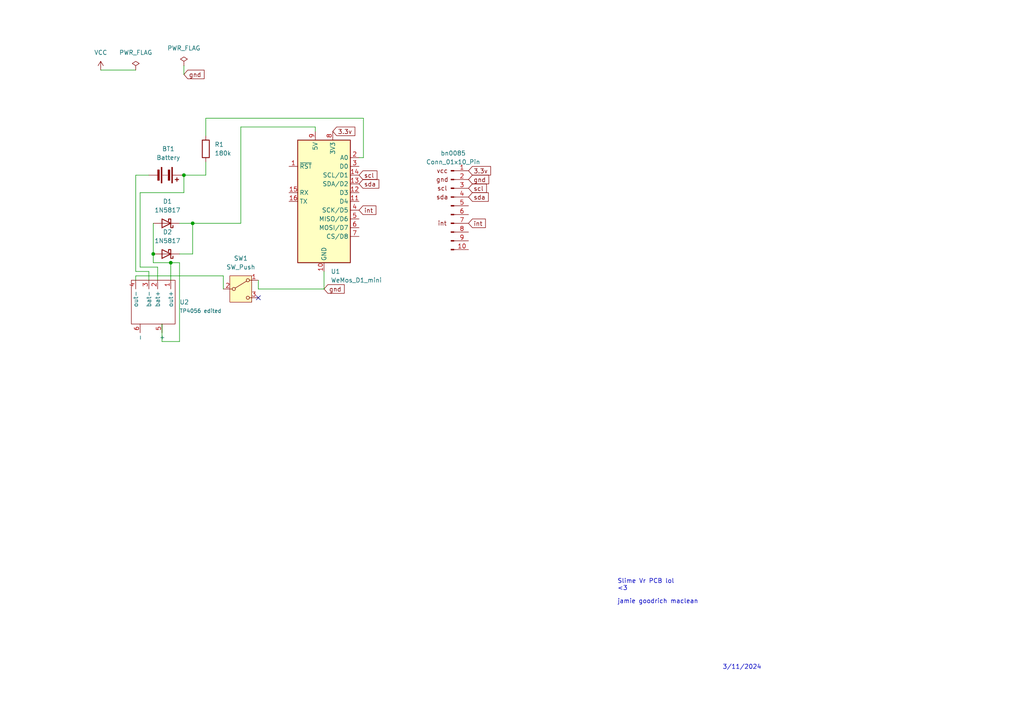
<source format=kicad_sch>
(kicad_sch (version 20231120) (generator "eeschema") (generator_version "8.0")
  (paper "A4")
  (lib_symbols
    (symbol "Connector:Conn_01x10_Pin" (pin_names (offset 1.016) hide)
      (property "Reference" "bn0085" (at 0.635 15.24 0))
      (property "Value" "Conn_01x10_Pin" (at 0.635 12.7 0))
      (symbol "Conn_01x10_Pin_1_1"
        (polyline (pts (xy 1.27 -12.7) (xy 0.8636 -12.7)) (stroke (width 0.1524)))
        (polyline (pts (xy 1.27 -10.16) (xy 0.8636 -10.16)) (stroke (width 0.1524)))
        (polyline (pts (xy 1.27 -7.62) (xy 0.8636 -7.62)) (stroke (width 0.1524)))
        (polyline (pts (xy 1.27 -5.08) (xy 0.8636 -5.08)) (stroke (width 0.1524)))
        (polyline (pts (xy 1.27 -2.54) (xy 0.8636 -2.54)) (stroke (width 0.1524)))
        (polyline (pts (xy 1.27 0) (xy 0.8636 0)) (stroke (width 0.1524)))
        (polyline (pts (xy 1.27 2.54) (xy 0.8636 2.54)) (stroke (width 0.1524)))
        (polyline (pts (xy 1.27 5.08) (xy 0.8636 5.08)) (stroke (width 0.1524)))
        (polyline (pts (xy 1.27 7.62) (xy 0.8636 7.62)) (stroke (width 0.1524)))
        (polyline (pts (xy 1.27 10.16) (xy 0.8636 10.16)) (stroke (width 0.1524)))
        (rectangle (start 0.8636 -12.573) (end 0 -12.827) (stroke (width 0.1524)) (fill (type outline)))
        (rectangle (start 0.8636 -10.033) (end 0 -10.287) (stroke (width 0.1524)) (fill (type outline)))
        (rectangle (start 0.8636 -7.493) (end 0 -7.747) (stroke (width 0.1524)) (fill (type outline)))
        (rectangle (start 0.8636 -4.953) (end 0 -5.207) (stroke (width 0.1524)) (fill (type outline)))
        (rectangle (start 0.8636 -2.413) (end 0 -2.667) (stroke (width 0.1524)) (fill (type outline)))
        (rectangle (start 0.8636 0.127) (end 0 -0.127) (stroke (width 0.1524)) (fill (type outline)))
        (rectangle (start 0.8636 2.667) (end 0 2.413) (stroke (width 0.1524)) (fill (type outline)))
        (rectangle (start 0.8636 5.207) (end 0 4.953) (stroke (width 0.1524)) (fill (type outline)))
        (rectangle (start 0.8636 7.747) (end 0 7.493) (stroke (width 0.1524)) (fill (type outline)))
        (rectangle (start 0.8636 10.287) (end 0 10.033) (stroke (width 0.1524)) (fill (type outline)))
        (text "gnd" (at -2.54 7.62 0) (effects (font (size 1.27 1.27))))
        (text "int" (at -2.54 -5.08 0) (effects (font (size 1.27 1.27))))
        (text "scl" (at -2.54 5.08 0) (effects (font (size 1.27 1.27))))
        (text "sda" (at -2.54 2.54 0) (effects (font (size 1.27 1.27))))
        (text "vcc" (at -2.54 10.16 0) (effects (font (size 1.27 1.27))))
        (pin passive line (at 5.08 10.16 180) (length 3.81) (name "vcc") (number "1"))
        (pin passive line (at 5.08 -12.7 180) (length 3.81) (name "Pin_10") (number "10"))
        (pin passive line (at 5.08 7.62 180) (length 3.81) (name "gnd") (number "2"))
        (pin passive line (at 5.08 5.08 180) (length 3.81) (name "scl") (number "3"))
        (pin passive line (at 5.08 2.54 180) (length 3.81) (name "sda") (number "4"))
        (pin passive line (at 5.08 0 180) (length 3.81) (name "ad0") (number "5"))
        (pin passive line (at 5.08 -2.54 180) (length 3.81) (name "Pin_6") (number "6"))
        (pin passive line (at 5.08 -5.08 180) (length 3.81) (name "int") (number "7"))
        (pin passive line (at 5.08 -7.62 180) (length 3.81) (name "Pin_8") (number "8"))
        (pin passive line (at 5.08 -10.16 180) (length 3.81) (name "Pin_9") (number "9"))
      )
    )
    (symbol "Device:Battery" (pin_numbers hide) (pin_names (offset 0) hide)
      (property "Reference" "BT" (at 2.54 2.54 0))
      (property "Value" "Battery" (at 2.54 0 0))
      (symbol "Battery_0_1"
        (rectangle (start -2.286 -1.27) (end 2.286 -1.524) (fill (type outline)))
        (rectangle (start -2.286 1.778) (end 2.286 1.524) (fill (type outline)))
        (rectangle (start -1.524 -2.032) (end 1.524 -2.54) (fill (type outline)))
        (rectangle (start -1.524 1.016) (end 1.524 0.508) (fill (type outline)))
        (polyline (pts (xy 0 -1.016) (xy 0 -0.762)))
        (polyline (pts (xy 0 -0.508) (xy 0 -0.254)))
        (polyline (pts (xy 0 0) (xy 0 0.254)))
        (polyline (pts (xy 0 1.778) (xy 0 2.54)))
        (polyline (pts (xy 0.762 3.048) (xy 1.778 3.048)) (stroke (width 0.254)))
        (polyline (pts (xy 1.27 3.556) (xy 1.27 2.54)) (stroke (width 0.254)))
      )
      (symbol "Battery_1_1"
        (pin passive line (at 0 5.08 270) (length 2.54) (name "+") (number "1"))
        (pin passive line (at 0 -5.08 90) (length 2.54) (name "-") (number "2"))
      )
    )
    (symbol "Device:R" (pin_numbers hide) (pin_names (offset 0))
      (property "Reference" "R" (at 2.032 0 90))
      (property "Value" "R" (at 0 0 90))
      (symbol "R_0_1"
        (rectangle (start -1.016 -2.54) (end 1.016 2.54) (stroke (width 0.254)))
      )
      (symbol "R_1_1"
        (pin passive line (at 0 3.81 270) (length 1.27) (name "~") (number "1"))
        (pin passive line (at 0 -3.81 90) (length 1.27) (name "~") (number "2"))
      )
    )
    (symbol "Diode:1N5817" (pin_numbers hide) (pin_names (offset 1.016) hide)
      (property "Reference" "D" (at 0 2.54 0))
      (property "Value" "1N5817" (at 0 -2.54 0))
      (symbol "1N5817_0_1"
        (polyline (pts (xy 1.27 0) (xy -1.27 0)))
        (polyline (pts (xy 1.27 1.27) (xy 1.27 -1.27) (xy -1.27 0) (xy 1.27 1.27)) (stroke (width 0.254)))
        (polyline (pts (xy -1.905 0.635) (xy -1.905 1.27) (xy -1.27 1.27) (xy -1.27 -1.27) (xy -0.635 -1.27) (xy -0.635 -0.635)) (stroke (width 0.254)))
      )
      (symbol "1N5817_1_1"
        (pin passive line (at -3.81 0 0) (length 2.54) (name "K") (number "1"))
        (pin passive line (at 3.81 0 180) (length 2.54) (name "A") (number "2"))
      )
    )
    (symbol "MCU_Module:WeMos_D1_mini"
      (property "Reference" "U" (at 3.81 19.05 0))
      (property "Value" "WeMos_D1_mini" (at 1.27 -19.05 0))
      (symbol "WeMos_D1_mini_1_1"
        (rectangle (start -7.62 17.78) (end 7.62 -17.78) (stroke (width 0.254)) (fill (type background)))
        (pin input line (at -10.16 10.16 0) (length 2.54) (name "~{RST}") (number "1"))
        (pin power_in line (at 0 -20.32 90) (length 2.54) (name "GND") (number "10"))
        (pin bidirectional line (at 10.16 0 180) (length 2.54) (name "D4") (number "11"))
        (pin bidirectional line (at 10.16 2.54 180) (length 2.54) (name "D3") (number "12"))
        (pin bidirectional line (at 10.16 5.08 180) (length 2.54) (name "SDA/D2") (number "13"))
        (pin bidirectional line (at 10.16 7.62 180) (length 2.54) (name "SCL/D1") (number "14"))
        (pin input line (at -10.16 2.54 0) (length 2.54) (name "RX") (number "15"))
        (pin output line (at -10.16 0 0) (length 2.54) (name "TX") (number "16"))
        (pin input line (at 10.16 12.7 180) (length 2.54) (name "A0") (number "2"))
        (pin bidirectional line (at 10.16 10.16 180) (length 2.54) (name "D0") (number "3"))
        (pin bidirectional line (at 10.16 -2.54 180) (length 2.54) (name "SCK/D5") (number "4"))
        (pin bidirectional line (at 10.16 -5.08 180) (length 2.54) (name "MISO/D6") (number "5"))
        (pin bidirectional line (at 10.16 -7.62 180) (length 2.54) (name "MOSI/D7") (number "6"))
        (pin bidirectional line (at 10.16 -10.16 180) (length 2.54) (name "CS/D8") (number "7"))
        (pin power_out line (at 2.54 20.32 270) (length 2.54) (name "3V3") (number "8"))
        (pin power_in line (at -2.54 20.32 270) (length 2.54) (name "5V") (number "9"))
      )
    )
    (symbol "Switch:SW_SPDT" (pin_names (offset 0) hide)
      (property "Reference" "SW" (at 0 5.08 0))
      (property "Value" "SW_SPDT" (at 0 -5.08 0))
      (symbol "SW_SPDT_0_1"
        (circle (center -2.032 0) (radius 0.4572))
        (polyline (pts (xy -1.651 0.254) (xy 1.651 2.286)))
        (circle (center 2.032 -2.54) (radius 0.4572))
        (circle (center 2.032 2.54) (radius 0.4572))
      )
      (symbol "SW_SPDT_1_1"
        (rectangle (start -3.175 3.81) (end 3.175 -3.81) (fill (type background)))
        (pin passive line (at 5.08 2.54 180) (length 2.54) (name "A") (number "1"))
        (pin passive line (at -5.08 0 0) (length 2.54) (name "B") (number "2"))
        (pin passive line (at 5.08 -2.54 180) (length 2.54) (name "C") (number "3"))
      )
    )
    (symbol "power:PWR_FLAG" (power) (pin_numbers hide) (pin_names (offset 0) hide)
      (property "Value" "PWR_FLAG" (at 0 3.81 0))
      (symbol "PWR_FLAG_0_0"
        (pin power_out line (at 0 0 90) (length 0) (name "pwr") (number "1"))
      )
      (symbol "PWR_FLAG_0_1"
        (polyline (pts (xy 0 0) (xy 0 1.27) (xy -1.016 1.905) (xy 0 2.54) (xy 1.016 1.905) (xy 0 1.27)))
      )
    )
    (symbol "power:VCC" (power) (pin_names (offset 0))
      (property "Value" "VCC" (at 0 3.81 0))
      (symbol "VCC_0_1"
        (polyline (pts (xy -0.762 1.27) (xy 0 2.54)))
        (polyline (pts (xy 0 0) (xy 0 2.54)))
        (polyline (pts (xy 0 2.54) (xy 0.762 1.27)))
      )
      (symbol "VCC_1_1"
        (pin power_in line (at 0 0 90) (length 0) hide (name "VCC") (number "1"))
      )
    )
    (symbol "tp4056:TP4056"
      (property "Reference" "U2" (at 6.35 13.97 90))
      (property "Value" "TP4056 edited" (at 8.89 13.97 90))
      (symbol "TP4056_0_1"
        (rectangle (start 0 12.7) (end 12.7 0))
      )
      (symbol "TP4056_1_1"
        (pin output line (at 0 11.43 0) (length 2.54) (name "out+") (number "1"))
        (pin input line (at 0 7.62 0) (length 2.54) (name "bat+") (number "2"))
        (pin input line (at 0 5.08 0) (length 2.54) (name "bat-") (number "3"))
        (pin output line (at 0 1.27 0) (length 2.54) (name "out-") (number "4"))
        (pin bidirectional line (at 12.7 8.89 0) (length 2.54) (name "+") (number "5"))
        (pin bidirectional line (at 12.7 2.54 0) (length 2.54) (name "-") (number "6"))
      )
    )
  )
  (junction (at 53.34 50.8))
  (junction (at 49.53 76.2))
  (junction (at 55.88 64.77))
  (junction (at 44.45 73.66))
  (no_connect (at 74.93 86.36))
  (wire (pts (xy 104.14 45.72) (xy 105.41 45.72)))
  (wire (pts (xy 53.34 55.88) (xy 40.64 55.88)))
  (wire (pts (xy 40.64 55.88) (xy 40.64 77.47)))
  (wire (pts (xy 49.53 76.2) (xy 44.45 76.2)))
  (wire (pts (xy 91.44 36.83) (xy 91.44 38.1)))
  (wire (pts (xy 43.18 81.28) (xy 43.18 78.74)))
  (wire (pts (xy 39.37 80.01) (xy 64.77 80.01)))
  (wire (pts (xy 53.34 19.05) (xy 53.34 21.59)))
  (wire (pts (xy 74.93 83.82) (xy 93.98 83.82)))
  (wire (pts (xy 52.07 76.2) (xy 49.53 76.2)))
  (wire (pts (xy 43.18 78.74) (xy 39.37 78.74)))
  (wire (pts (xy 29.21 20.32) (xy 39.37 20.32)))
  (wire (pts (xy 49.53 76.2) (xy 49.53 81.28)))
  (wire (pts (xy 44.45 76.2) (xy 44.45 73.66)))
  (wire (pts (xy 74.93 81.28) (xy 74.93 83.82)))
  (wire (pts (xy 64.77 80.01) (xy 64.77 83.82)))
  (wire (pts (xy 59.69 46.99) (xy 59.69 50.8)))
  (wire (pts (xy 59.69 39.37) (xy 59.69 34.29)))
  (wire (pts (xy 44.45 64.77) (xy 44.45 73.66)))
  (wire (pts (xy 39.37 78.74) (xy 39.37 50.8)))
  (wire (pts (xy 69.85 36.83) (xy 91.44 36.83)))
  (wire (pts (xy 93.98 83.82) (xy 93.98 78.74)))
  (wire (pts (xy 53.34 50.8) (xy 53.34 55.88)))
  (wire (pts (xy 46.99 93.98) (xy 46.99 99.06)))
  (wire (pts (xy 55.88 73.66) (xy 52.07 73.66)))
  (wire (pts (xy 55.88 64.77) (xy 69.85 64.77)))
  (wire (pts (xy 69.85 64.77) (xy 69.85 36.83)))
  (wire (pts (xy 53.34 50.8) (xy 59.69 50.8)))
  (wire (pts (xy 59.69 34.29) (xy 105.41 34.29)))
  (wire (pts (xy 46.99 99.06) (xy 52.07 99.06)))
  (wire (pts (xy 39.37 81.28) (xy 39.37 80.01)))
  (wire (pts (xy 55.88 64.77) (xy 55.88 73.66)))
  (wire (pts (xy 40.64 77.47) (xy 45.72 77.47)))
  (wire (pts (xy 45.72 77.47) (xy 45.72 81.28)))
  (wire (pts (xy 52.07 76.2) (xy 52.07 99.06)))
  (wire (pts (xy 105.41 34.29) (xy 105.41 45.72)))
  (wire (pts (xy 39.37 50.8) (xy 43.18 50.8)))
  (wire (pts (xy 52.07 64.77) (xy 55.88 64.77)))
  (text "jamie goodrich maclean" (at 179.07 175.26 0) (effects (font (size 1.27 1.27)) (justify left bottom)))
  (text "Slime Vr PCB lol\n<3" (at 179.07 171.45 0) (effects (font (size 1.27 1.27)) (justify left bottom)))
  (text "3/11/2024" (at 209.55 194.31 0) (effects (font (size 1.27 1.27)) (justify left bottom)))
  (global_label "gnd" (shape input) (at 53.34 21.59 0) (property "Intersheetrefs" "${INTERSHEET_REFS}" (effects (hide yes))))
  (global_label "sda" (shape input) (at 104.14 53.34 0) (property "Intersheetrefs" "${INTERSHEET_REFS}" (effects (hide yes))))
  (global_label "sda" (shape input) (at 135.89 57.15 0) (property "Intersheetrefs" "${INTERSHEET_REFS}" (effects (hide yes))))
  (global_label "gnd" (shape input) (at 93.98 83.82 0) (property "Intersheetrefs" "${INTERSHEET_REFS}" (effects (hide yes))))
  (global_label "3.3v" (shape input) (at 135.89 49.53 0) (property "Intersheetrefs" "${INTERSHEET_REFS}" (effects (hide yes))))
  (global_label "gnd" (shape input) (at 135.89 52.07 0) (property "Intersheetrefs" "${INTERSHEET_REFS}" (effects (hide yes))))
  (global_label "int" (shape input) (at 135.89 64.77 0) (property "Intersheetrefs" "${INTERSHEET_REFS}" (effects (hide yes))))
  (global_label "int" (shape input) (at 104.14 60.96 0) (property "Intersheetrefs" "${INTERSHEET_REFS}" (effects (hide yes))))
  (global_label "scl" (shape input) (at 104.14 50.8 0) (property "Intersheetrefs" "${INTERSHEET_REFS}" (effects (hide yes))))
  (global_label "scl" (shape input) (at 135.89 54.61 0) (property "Intersheetrefs" "${INTERSHEET_REFS}" (effects (hide yes))))
  (global_label "3.3v" (shape input) (at 96.52 38.1 0) (property "Intersheetrefs" "${INTERSHEET_REFS}" (effects (hide yes))))
  (symbol (lib_id "Diode:1N5817") (at 48.26 73.66 180) (unit 1)
    (property "Reference" "D2" (at 48.5775 67.31 0))
    (property "Value" "1N5817" (at 48.5775 69.85 0))
    (property "Footprint" "Diode_THT:D_DO-41_SOD81_P10.16mm_Horizontal" (effects (hide yes)))
    (property "Datasheet" "http://www.vishay.com/docs/88525/1n5817.pdf" (effects (hide yes)))
  )
  (symbol (lib_id "Device:R") (at 59.69 43.18 180) (unit 1)
    (property "Reference" "R1" (at 62.23 41.91 0) (effects (justify right)))
    (property "Value" "180k" (at 62.23 44.45 0) (effects (justify right)))
    (property "Footprint" "Resistor_THT:R_Axial_DIN0204_L3.6mm_D1.6mm_P2.54mm_Vertical" (effects (hide yes)))
  )
  (symbol (lib_id "MCU_Module:WeMos_D1_mini") (at 93.98 58.42 0) (unit 1)
    (property "Reference" "U1" (at 95.9359 78.74 0) (effects (justify left)))
    (property "Value" "WeMos_D1_mini" (at 95.9359 81.28 0) (effects (justify left)))
    (property "Footprint" "Module:WEMOS_D1_mini_light" (effects (hide yes)))
    (property "Datasheet" "https://wiki.wemos.cc/products:d1:d1_mini#documentation" (effects (hide yes)))
  )
  (symbol (lib_id "Diode:1N5817") (at 48.26 64.77 180) (unit 1)
    (property "Reference" "D1" (at 48.5775 58.42 0))
    (property "Value" "1N5817" (at 48.5775 60.96 0))
    (property "Footprint" "Diode_THT:D_DO-41_SOD81_P10.16mm_Horizontal" (effects (hide yes)))
    (property "Datasheet" "http://www.vishay.com/docs/88525/1n5817.pdf" (effects (hide yes)))
  )
  (symbol (lib_id "Switch:SW_SPDT") (at 69.85 83.82 0) (unit 1)
    (property "Reference" "SW1" (at 69.85 74.93 0))
    (property "Value" "SW_Push" (at 69.85 77.47 0))
    (property "Footprint" "Button_Switch_THT:SW_CuK_OS102011MA1QN1_SPDT_Angled" (effects (hide yes)))
    (property "Description" "Switch, single pole double throw" (effects (hide yes)))
  )
  (symbol (lib_id "power:PWR_FLAG") (at 39.37 20.32 0) (unit 1)
    (property "Reference" "#FLG01" (effects (hide yes)))
    (property "Value" "PWR_FLAG" (at 39.37 15.24 0))
  )
  (symbol (lib_id "Device:Battery") (at 48.26 50.8 270) (unit 1)
    (property "Reference" "BT1" (at 48.8315 43.18 90))
    (property "Value" "Battery" (at 48.8315 45.72 90))
    (property "Footprint" "TerminalBlock:TerminalBlock_bornier-2_P5.08mm" (effects (hide yes)))
  )
  (symbol (lib_id "tp4056:TP4056") (at 38.1 81.28 270) (unit 1)
    (property "Reference" "U2" (at 52.07 87.63 90) (effects (justify left)))
    (property "Value" "TP4056 edited" (at 52.07 90.17 90) (effects (font (size 1.1 1.1)) (justify left)))
    (property "Footprint" "charger:TP4056" (effects (hide yes)))
  )
  (symbol (lib_id "power:VCC") (at 29.21 20.32 0) (unit 1)
    (property "Reference" "#PWR01" (effects (hide yes)))
    (property "Value" "VCC" (at 29.21 15.24 0))
  )
  (symbol (lib_id "power:PWR_FLAG") (at 53.34 19.05 0) (unit 1)
    (property "Reference" "#FLG02" (effects (hide yes)))
    (property "Value" "PWR_FLAG" (at 53.34 13.97 0))
  )
  (symbol (lib_id "Connector:Conn_01x10_Pin") (at 130.81 59.69 0) (unit 1)
    (property "Reference" "bn0085" (at 131.445 44.45 0))
    (property "Value" "Conn_01x10_Pin" (at 131.445 46.99 0))
    (property "Footprint" "Connector_PinHeader_2.54mm:PinHeader_1x10_P2.54mm_Vertical" (effects (hide yes)))
  )
)
</source>
